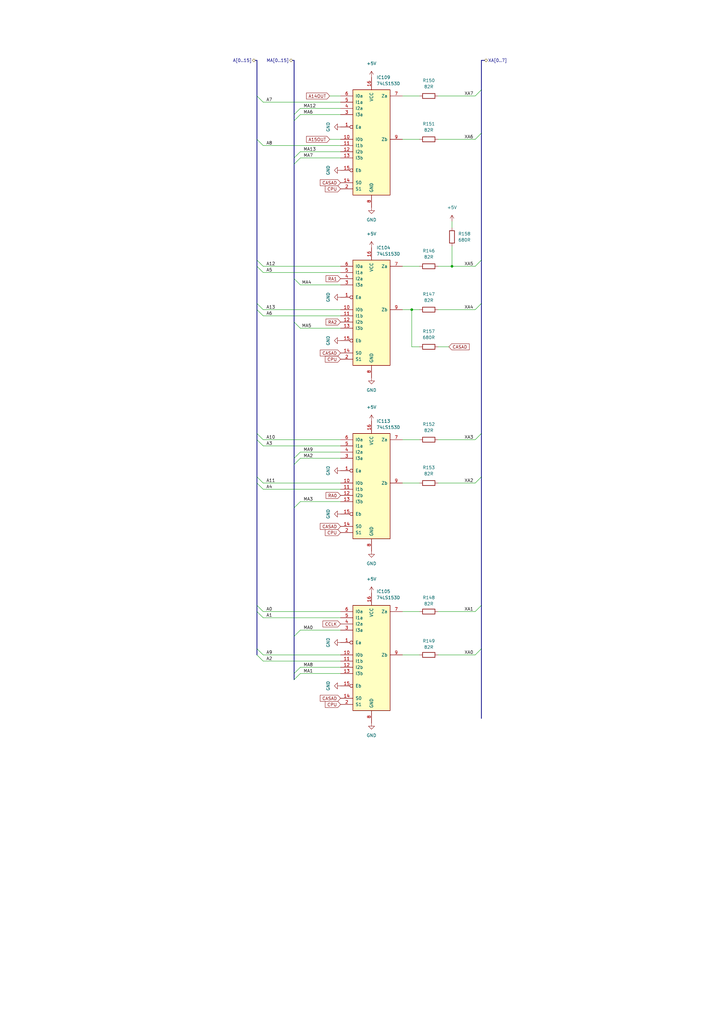
<source format=kicad_sch>
(kicad_sch (version 20230121) (generator eeschema)
  (paper "A3" portrait)
  (lib_symbols
    (symbol "74xx:74LS153" (pin_names (offset 1.016))
      (property "Reference" "U" (at -7.62 21.59 0))
      (property "Value" "74LS153" (at -7.62 -24.13 0))
      (symbol "74LS153_1_0"
        (pin input inverted (at -12.7 5.08 0) (length 5.08) (name "Ea") (number "1"))
        (pin input line (at -12.7 0 0) (length 5.08) (name "I0b") (number "10"))
        (pin input line (at -12.7 -2.54 0) (length 5.08) (name "I1b") (number "11"))
        (pin input line (at -12.7 -5.08 0) (length 5.08) (name "I2b") (number "12"))
        (pin input line (at -12.7 -7.62 0) (length 5.08) (name "I3b") (number "13"))
        (pin input line (at -12.7 -17.78 0) (length 5.08) (name "S0") (number "14"))
        (pin input inverted (at -12.7 -12.7 0) (length 5.08) (name "Eb") (number "15"))
        (pin power_in line (at 0 25.4 270) (length 5.08) (name "VCC") (number "16"))
        (pin input line (at -12.7 -20.32 0) (length 5.08) (name "S1") (number "2"))
        (pin input line (at -12.7 10.16 0) (length 5.08) (name "I3a") (number "3"))
        (pin input line (at -12.7 12.7 0) (length 5.08) (name "I2a") (number "4"))
        (pin input line (at -12.7 15.24 0) (length 5.08) (name "I1a") (number "5"))
        (pin input line (at -12.7 17.78 0) (length 5.08) (name "I0a") (number "6"))
        (pin output line (at 12.7 17.78 180) (length 5.08) (name "Za") (number "7"))
        (pin power_in line (at 0 -27.94 90) (length 5.08) (name "GND") (number "8"))
        (pin output line (at 12.7 0 180) (length 5.08) (name "Zb") (number "9"))
      )
      (symbol "74LS153_1_1"
        (rectangle (start -7.62 20.32) (end 7.62 -22.86) (stroke (width 0.254)) (fill (type background)))
      )
    )
    (symbol "Device:R" (pin_numbers hide) (pin_names (offset 0))
      (property "Reference" "R" (at 2.032 0 90))
      (property "Value" "R" (at 0 0 90))
      (symbol "R_0_1"
        (rectangle (start -1.016 -2.54) (end 1.016 2.54) (stroke (width 0.254)))
      )
      (symbol "R_1_1"
        (pin passive line (at 0 3.81 270) (length 1.27) (name "~") (number "1"))
        (pin passive line (at 0 -3.81 90) (length 1.27) (name "~") (number "2"))
      )
    )
    (symbol "power:+5V" (power) (pin_names (offset 0))
      (property "Value" "+5V" (at 0 3.556 0))
      (symbol "+5V_0_1"
        (polyline (pts (xy -0.762 1.27) (xy 0 2.54)))
        (polyline (pts (xy 0 0) (xy 0 2.54)))
        (polyline (pts (xy 0 2.54) (xy 0.762 1.27)))
      )
      (symbol "+5V_1_1"
        (pin power_in line (at 0 0 90) (length 0) hide (name "+5V") (number "1"))
      )
    )
    (symbol "power:GND" (power) (pin_names (offset 0))
      (property "Value" "GND" (at 0 -3.81 0))
      (symbol "GND_0_1"
        (polyline (pts (xy 0 0) (xy 0 -1.27) (xy 1.27 -1.27) (xy 0 -2.54) (xy -1.27 -1.27) (xy 0 -1.27)))
      )
      (symbol "GND_1_1"
        (pin power_in line (at 0 0 270) (length 0) hide (name "GND") (number "1"))
      )
    )
  )
  (junction (at 168.91 127))
  (junction (at 185.42 109.22))
  (bus_entry (at 105.41 127) (size 2.54 2.54))
  (bus_entry (at 120.65 46.99) (size 2.54 -2.54))
  (bus_entry (at 105.41 266.065) (size 2.54 2.54))
  (bus_entry (at 105.41 57.15) (size 2.54 2.54))
  (bus_entry (at 194.945 39.37) (size 2.54 -2.54))
  (bus_entry (at 105.41 198.12) (size 2.54 2.54))
  (bus_entry (at 105.41 195.58) (size 2.54 2.54))
  (bus_entry (at 194.945 250.825) (size 2.54 -2.54))
  (bus_entry (at 105.41 177.8) (size 2.54 2.54))
  (bus_entry (at 194.945 198.12) (size 2.54 -2.54))
  (bus_entry (at 105.41 109.22) (size 2.54 2.54))
  (bus_entry (at 120.65 132.08) (size 2.54 2.54))
  (bus_entry (at 120.65 278.765) (size 2.54 -2.54))
  (bus_entry (at 194.945 57.15) (size 2.54 -2.54))
  (bus_entry (at 194.945 127) (size 2.54 -2.54))
  (bus_entry (at 105.41 180.34) (size 2.54 2.54))
  (bus_entry (at 120.65 260.985) (size 2.54 -2.54))
  (bus_entry (at 194.945 180.34) (size 2.54 -2.54))
  (bus_entry (at 120.65 208.28) (size 2.54 -2.54))
  (bus_entry (at 105.41 106.68) (size 2.54 2.54))
  (bus_entry (at 194.945 109.22) (size 2.54 -2.54))
  (bus_entry (at 105.41 124.46) (size 2.54 2.54))
  (bus_entry (at 105.41 39.37) (size 2.54 2.54))
  (bus_entry (at 120.65 49.53) (size 2.54 -2.54))
  (bus_entry (at 105.41 268.605) (size 2.54 2.54))
  (bus_entry (at 120.65 114.3) (size 2.54 2.54))
  (bus_entry (at 120.65 276.225) (size 2.54 -2.54))
  (bus_entry (at 120.65 67.31) (size 2.54 -2.54))
  (bus_entry (at 120.65 190.5) (size 2.54 -2.54))
  (bus_entry (at 105.41 250.825) (size 2.54 2.54))
  (bus_entry (at 120.65 187.96) (size 2.54 -2.54))
  (bus_entry (at 120.65 64.77) (size 2.54 -2.54))
  (bus_entry (at 194.945 268.605) (size 2.54 -2.54))
  (bus_entry (at 105.41 248.285) (size 2.54 2.54))
  (bus (pts (xy 105.41 57.15) (xy 105.41 106.68)))
  (bus (pts (xy 197.485 177.8) (xy 197.485 195.58)))
  (bus (pts (xy 120.65 46.99) (xy 120.65 49.53)))
  (wire (pts (xy 165.1 180.34) (xy 172.085 180.34)))
  (wire (pts (xy 179.705 180.34) (xy 194.945 180.34)))
  (bus (pts (xy 105.41 180.34) (xy 105.41 195.58)))
  (bus (pts (xy 120.65 208.28) (xy 120.65 260.985)))
  (wire (pts (xy 179.705 109.22) (xy 185.42 109.22)))
  (wire (pts (xy 168.91 127) (xy 172.085 127)))
  (bus (pts (xy 120.65 276.225) (xy 120.65 278.765)))
  (wire (pts (xy 107.95 182.88) (xy 139.7 182.88)))
  (bus (pts (xy 198.755 24.765) (xy 197.485 24.765)))
  (wire (pts (xy 165.1 39.37) (xy 172.085 39.37)))
  (bus (pts (xy 105.41 248.285) (xy 105.41 250.825)))
  (wire (pts (xy 123.19 44.45) (xy 139.7 44.45)))
  (wire (pts (xy 107.95 198.12) (xy 139.7 198.12)))
  (bus (pts (xy 120.65 67.31) (xy 120.65 114.3)))
  (wire (pts (xy 107.95 111.76) (xy 139.7 111.76)))
  (wire (pts (xy 168.91 142.24) (xy 168.91 127)))
  (wire (pts (xy 184.15 142.24) (xy 179.705 142.24)))
  (bus (pts (xy 197.485 248.285) (xy 197.485 266.065)))
  (wire (pts (xy 185.42 100.965) (xy 185.42 109.22)))
  (wire (pts (xy 123.19 46.99) (xy 139.7 46.99)))
  (wire (pts (xy 179.705 250.825) (xy 194.945 250.825)))
  (wire (pts (xy 179.705 39.37) (xy 194.945 39.37)))
  (wire (pts (xy 107.95 127) (xy 139.7 127)))
  (bus (pts (xy 197.485 24.765) (xy 197.485 36.83)))
  (bus (pts (xy 105.41 195.58) (xy 105.41 198.12)))
  (wire (pts (xy 179.705 127) (xy 194.945 127)))
  (wire (pts (xy 107.95 271.145) (xy 139.7 271.145)))
  (wire (pts (xy 107.95 250.825) (xy 139.7 250.825)))
  (bus (pts (xy 197.485 195.58) (xy 197.485 248.285)))
  (wire (pts (xy 123.19 134.62) (xy 139.7 134.62)))
  (wire (pts (xy 107.95 129.54) (xy 139.7 129.54)))
  (bus (pts (xy 120.65 24.765) (xy 120.65 46.99)))
  (wire (pts (xy 165.1 268.605) (xy 172.085 268.605)))
  (bus (pts (xy 120.65 260.985) (xy 120.65 276.225)))
  (bus (pts (xy 120.65 190.5) (xy 120.65 208.28)))
  (wire (pts (xy 172.085 142.24) (xy 168.91 142.24)))
  (wire (pts (xy 107.95 253.365) (xy 139.7 253.365)))
  (bus (pts (xy 105.41 177.8) (xy 105.41 180.34)))
  (wire (pts (xy 123.19 205.74) (xy 139.7 205.74)))
  (wire (pts (xy 123.19 116.84) (xy 139.7 116.84)))
  (bus (pts (xy 105.41 109.22) (xy 105.41 124.46)))
  (wire (pts (xy 123.19 273.685) (xy 139.7 273.685)))
  (wire (pts (xy 165.1 127) (xy 168.91 127)))
  (bus (pts (xy 197.485 36.83) (xy 197.485 54.61)))
  (bus (pts (xy 105.41 124.46) (xy 105.41 127)))
  (wire (pts (xy 179.705 268.605) (xy 194.945 268.605)))
  (bus (pts (xy 104.775 24.765) (xy 105.41 24.765)))
  (bus (pts (xy 120.65 187.96) (xy 120.65 190.5)))
  (bus (pts (xy 120.65 132.08) (xy 120.65 187.96)))
  (wire (pts (xy 123.19 64.77) (xy 139.7 64.77)))
  (bus (pts (xy 105.41 250.825) (xy 105.41 266.065)))
  (bus (pts (xy 197.485 266.065) (xy 197.485 294.64)))
  (wire (pts (xy 185.42 109.22) (xy 194.945 109.22)))
  (wire (pts (xy 135.255 39.37) (xy 139.7 39.37)))
  (bus (pts (xy 105.41 266.065) (xy 105.41 268.605)))
  (bus (pts (xy 197.485 54.61) (xy 197.485 106.68)))
  (bus (pts (xy 105.41 127) (xy 105.41 177.8)))
  (wire (pts (xy 165.1 198.12) (xy 172.085 198.12)))
  (wire (pts (xy 123.19 187.96) (xy 139.7 187.96)))
  (wire (pts (xy 107.95 41.91) (xy 139.7 41.91)))
  (bus (pts (xy 105.41 106.68) (xy 105.41 109.22)))
  (bus (pts (xy 105.41 24.765) (xy 105.41 39.37)))
  (bus (pts (xy 105.41 198.12) (xy 105.41 248.285)))
  (wire (pts (xy 135.255 57.15) (xy 139.7 57.15)))
  (bus (pts (xy 120.015 24.765) (xy 120.65 24.765)))
  (wire (pts (xy 165.1 57.15) (xy 172.085 57.15)))
  (bus (pts (xy 105.41 39.37) (xy 105.41 57.15)))
  (wire (pts (xy 123.19 276.225) (xy 139.7 276.225)))
  (bus (pts (xy 120.65 114.3) (xy 120.65 132.08)))
  (wire (pts (xy 107.95 180.34) (xy 139.7 180.34)))
  (wire (pts (xy 165.1 250.825) (xy 172.085 250.825)))
  (bus (pts (xy 197.485 124.46) (xy 197.485 177.8)))
  (wire (pts (xy 123.19 185.42) (xy 139.7 185.42)))
  (wire (pts (xy 107.95 109.22) (xy 139.7 109.22)))
  (wire (pts (xy 107.95 268.605) (xy 139.7 268.605)))
  (wire (pts (xy 123.19 258.445) (xy 139.7 258.445)))
  (bus (pts (xy 197.485 106.68) (xy 197.485 124.46)))
  (wire (pts (xy 107.95 59.69) (xy 139.7 59.69)))
  (wire (pts (xy 179.705 57.15) (xy 194.945 57.15)))
  (bus (pts (xy 120.65 64.77) (xy 120.65 67.31)))
  (wire (pts (xy 185.42 90.805) (xy 185.42 93.345)))
  (wire (pts (xy 179.705 198.12) (xy 194.945 198.12)))
  (wire (pts (xy 165.1 109.22) (xy 172.085 109.22)))
  (bus (pts (xy 120.65 49.53) (xy 120.65 64.77)))
  (wire (pts (xy 123.19 62.23) (xy 139.7 62.23)))
  (wire (pts (xy 107.95 200.66) (xy 139.7 200.66)))
  (label "XA7" (at 190.5 39.37 0))
  (label "MA0" (at 124.46 258.445 0))
  (label "MA1" (at 124.46 276.225 0))
  (label "MA7" (at 124.46 64.77 0))
  (label "MA13" (at 124.46 62.23 0))
  (label "MA12" (at 124.46 44.45 0))
  (label "A11" (at 109.22 198.12 0))
  (label "A9" (at 109.22 268.605 0))
  (label "MA4" (at 123.825 116.84 0))
  (label "A12" (at 109.22 109.22 0))
  (label "MA8" (at 124.46 273.685 0))
  (label "A1" (at 109.22 253.365 0))
  (label "XA2" (at 190.5 198.12 0))
  (label "XA3" (at 190.5 180.34 0))
  (label "A5" (at 109.22 111.76 0))
  (label "A10" (at 109.22 180.34 0))
  (label "MA2" (at 124.46 187.96 0))
  (label "MA3" (at 124.46 205.74 0))
  (label "A0" (at 109.22 250.825 0))
  (label "A7" (at 109.22 41.91 0))
  (label "A2" (at 109.22 271.145 0))
  (label "A4" (at 109.22 200.66 0))
  (label "A13" (at 109.22 127 0))
  (label "A6" (at 109.22 129.54 0))
  (label "XA0" (at 190.5 268.605 0))
  (label "MA6" (at 124.46 46.99 0))
  (label "XA5" (at 190.5 109.22 0))
  (label "XA6" (at 190.5 57.15 0))
  (label "MA5" (at 123.825 134.62 0))
  (label "XA1" (at 190.5 250.825 0))
  (label "A8" (at 109.22 59.69 0))
  (label "XA4" (at 190.5 127 0))
  (label "A3" (at 109.22 182.88 0))
  (label "MA9" (at 124.46 185.42 0))
  (global_label "CASAD" (shape input) (at 139.7 215.9 180) (property "Intersheetrefs" "${INTERSHEET_REFS}" (effects hide)))
  (global_label "CPU" (shape input) (at 139.7 218.44 180) (property "Intersheetrefs" "${INTERSHEET_REFS}" (effects hide)))
  (global_label "CASAD" (shape input) (at 139.7 74.93 180) (property "Intersheetrefs" "${INTERSHEET_REFS}" (effects hide)))
  (global_label "A15OUT" (shape input) (at 135.255 57.15 180) (property "Intersheetrefs" "${INTERSHEET_REFS}" (effects hide)))
  (global_label "CCLK" (shape input) (at 139.7 255.905 180) (property "Intersheetrefs" "${INTERSHEET_REFS}" (effects hide)))
  (global_label "CASAD" (shape input) (at 184.15 142.24 0) (property "Intersheetrefs" "${INTERSHEET_REFS}" (effects hide)))
  (global_label "CASAD" (shape input) (at 139.7 286.385 180) (property "Intersheetrefs" "${INTERSHEET_REFS}" (effects hide)))
  (global_label "RA2" (shape input) (at 139.7 132.08 180) (property "Intersheetrefs" "${INTERSHEET_REFS}" (effects hide)))
  (global_label "CASAD" (shape input) (at 139.7 144.78 180) (property "Intersheetrefs" "${INTERSHEET_REFS}" (effects hide)))
  (global_label "A14OUT" (shape input) (at 135.255 39.37 180) (property "Intersheetrefs" "${INTERSHEET_REFS}" (effects hide)))
  (global_label "CPU" (shape input) (at 139.7 288.925 180) (property "Intersheetrefs" "${INTERSHEET_REFS}" (effects hide)))
  (global_label "CPU" (shape input) (at 139.7 147.32 180) (property "Intersheetrefs" "${INTERSHEET_REFS}" (effects hide)))
  (global_label "CPU" (shape input) (at 139.7 77.47 180) (property "Intersheetrefs" "${INTERSHEET_REFS}" (effects hide)))
  (global_label "RA0" (shape input) (at 139.7 203.2 180) (property "Intersheetrefs" "${INTERSHEET_REFS}" (effects hide)))
  (global_label "RA1" (shape input) (at 139.7 114.3 180) (property "Intersheetrefs" "${INTERSHEET_REFS}" (effects hide)))
  (hierarchical_label "XA[0..7]" (shape bidirectional) (at 198.755 24.765 0))
  (hierarchical_label "MA[0..15]" (shape bidirectional) (at 120.015 24.765 180))
  (hierarchical_label "A[0..15]" (shape bidirectional) (at 104.775 24.765 180))
  (symbol (lib_id "power:GND") (at 139.7 210.82 270) (unit 1)
    (property "Reference" "#PWR0160" (effects hide))
    (property "Value" "GND" (at 134.62 210.82 0))
  )
  (symbol (lib_id "power:GND") (at 139.7 281.305 270) (unit 1)
    (property "Reference" "#PWR0168" (effects hide))
    (property "Value" "GND" (at 134.62 281.305 0))
  )
  (symbol (lib_id "power:GND") (at 139.7 69.85 270) (unit 1)
    (property "Reference" "#PWR0161" (effects hide))
    (property "Value" "GND" (at 134.62 69.85 0))
  )
  (symbol (lib_id "power:GND") (at 139.7 52.07 270) (unit 1)
    (property "Reference" "#PWR0162" (effects hide))
    (property "Value" "GND" (at 134.62 52.07 0))
  )
  (symbol (lib_id "74xx:74LS153") (at 152.4 57.15 0) (unit 1)
    (property "Reference" "IC109" (at 154.4194 31.75 0) (effects (justify left)))
    (property "Value" "74LS153D" (at 154.4194 34.29 0) (effects (justify left)))
    (property "Footprint" "Package_SO:SOIC-16_3.9x9.9mm_P1.27mm" (effects hide))
    (property "Datasheet" "http://www.ti.com/lit/gpn/sn74LS153" (effects hide))
  )
  (symbol (lib_id "Device:R") (at 175.895 109.22 90) (unit 1)
    (property "Reference" "R146" (at 175.895 102.87 90))
    (property "Value" "82R" (at 175.895 105.41 90))
    (property "Footprint" "Resistor_SMD:R_0805_2012Metric" (effects hide))
    (property "LCSC" "C114245" (effects hide))
  )
  (symbol (lib_id "Device:R") (at 175.895 250.825 90) (unit 1)
    (property "Reference" "R148" (at 175.895 245.11 90))
    (property "Value" "82R" (at 175.895 247.65 90))
    (property "Footprint" "Resistor_SMD:R_0805_2012Metric" (effects hide))
    (property "LCSC" "C114245" (effects hide))
  )
  (symbol (lib_id "Device:R") (at 185.42 97.155 180) (unit 1)
    (property "Reference" "R158" (at 187.96 95.8849 0) (effects (justify right)))
    (property "Value" "680R" (at 187.96 98.4249 0) (effects (justify right)))
    (property "Footprint" "Resistor_SMD:R_0805_2012Metric" (effects hide))
    (property "LCSC" "C114549" (effects hide))
  )
  (symbol (lib_id "power:GND") (at 139.7 193.04 270) (unit 1)
    (property "Reference" "#PWR0159" (effects hide))
    (property "Value" "GND" (at 134.62 193.04 0))
  )
  (symbol (lib_id "Device:R") (at 175.895 180.34 90) (unit 1)
    (property "Reference" "R152" (at 175.895 173.99 90))
    (property "Value" "82R" (at 175.895 176.53 90))
    (property "Footprint" "Resistor_SMD:R_0805_2012Metric" (effects hide))
    (property "LCSC" "C114245" (effects hide))
  )
  (symbol (lib_id "power:GND") (at 152.4 226.06 0) (unit 1)
    (property "Reference" "#PWR0157" (effects hide))
    (property "Value" "GND" (at 152.4 231.14 0))
  )
  (symbol (lib_id "Device:R") (at 175.895 142.24 90) (unit 1)
    (property "Reference" "R157" (at 175.895 135.89 90))
    (property "Value" "680R" (at 175.895 138.43 90))
    (property "Footprint" "Resistor_SMD:R_0805_2012Metric" (effects hide))
    (property "LCSC" "C114549" (effects hide))
  )
  (symbol (lib_id "power:+5V") (at 152.4 31.75 0) (unit 1)
    (property "Reference" "#PWR0163" (effects hide))
    (property "Value" "+5V" (at 152.4 26.035 0))
  )
  (symbol (lib_id "Device:R") (at 175.895 198.12 90) (unit 1)
    (property "Reference" "R153" (at 175.895 191.77 90))
    (property "Value" "82R" (at 175.895 194.31 90))
    (property "Footprint" "Resistor_SMD:R_0805_2012Metric" (effects hide))
    (property "LCSC" "C114245" (effects hide))
  )
  (symbol (lib_id "power:+5V") (at 152.4 101.6 0) (unit 1)
    (property "Reference" "#PWR0165" (effects hide))
    (property "Value" "+5V" (at 152.4 95.885 0))
  )
  (symbol (lib_id "74xx:74LS153") (at 152.4 127 0) (unit 1)
    (property "Reference" "IC104" (at 154.4194 101.6 0) (effects (justify left)))
    (property "Value" "74LS153D" (at 154.4194 104.14 0) (effects (justify left)))
    (property "Footprint" "Package_SO:SOIC-16_3.9x9.9mm_P1.27mm" (effects hide))
    (property "Datasheet" "http://www.ti.com/lit/gpn/sn74LS153" (effects hide))
  )
  (symbol (lib_id "Device:R") (at 175.895 57.15 90) (unit 1)
    (property "Reference" "R151" (at 175.895 50.8 90))
    (property "Value" "82R" (at 175.895 53.34 90))
    (property "Footprint" "Resistor_SMD:R_0805_2012Metric" (effects hide))
    (property "LCSC" "C114245" (effects hide))
  )
  (symbol (lib_id "power:+5V") (at 185.42 90.805 0) (unit 1)
    (property "Reference" "#PWR0164" (effects hide))
    (property "Value" "+5V" (at 185.42 85.09 0))
  )
  (symbol (lib_id "power:GND") (at 139.7 121.92 270) (unit 1)
    (property "Reference" "#PWR0155" (effects hide))
    (property "Value" "GND" (at 134.62 121.92 0))
  )
  (symbol (lib_id "Device:R") (at 175.895 127 90) (unit 1)
    (property "Reference" "R147" (at 175.895 120.65 90))
    (property "Value" "82R" (at 175.895 123.19 90))
    (property "Footprint" "Resistor_SMD:R_0805_2012Metric" (effects hide))
    (property "LCSC" "C114245" (effects hide))
  )
  (symbol (lib_id "power:GND") (at 139.7 263.525 270) (unit 1)
    (property "Reference" "#PWR0167" (effects hide))
    (property "Value" "GND" (at 134.62 263.525 0))
  )
  (symbol (lib_id "power:GND") (at 152.4 85.09 0) (unit 1)
    (property "Reference" "#PWR0166" (effects hide))
    (property "Value" "GND" (at 152.4 90.17 0))
  )
  (symbol (lib_id "power:GND") (at 152.4 296.545 0) (unit 1)
    (property "Reference" "#PWR0169" (effects hide))
    (property "Value" "GND" (at 152.4 301.625 0))
  )
  (symbol (lib_id "power:+5V") (at 152.4 172.72 0) (unit 1)
    (property "Reference" "#PWR0153" (effects hide))
    (property "Value" "+5V" (at 152.4 167.005 0))
  )
  (symbol (lib_id "74xx:74LS153") (at 152.4 198.12 0) (unit 1)
    (property "Reference" "IC113" (at 154.4194 172.72 0) (effects (justify left)))
    (property "Value" "74LS153D" (at 154.4194 175.26 0) (effects (justify left)))
    (property "Footprint" "Package_SO:SOIC-16_3.9x9.9mm_P1.27mm" (effects hide))
    (property "Datasheet" "http://www.ti.com/lit/gpn/sn74LS153" (effects hide))
  )
  (symbol (lib_id "power:GND") (at 152.4 154.94 0) (unit 1)
    (property "Reference" "#PWR0154" (effects hide))
    (property "Value" "GND" (at 152.4 160.02 0))
  )
  (symbol (lib_id "power:GND") (at 139.7 139.7 270) (unit 1)
    (property "Reference" "#PWR0156" (effects hide))
    (property "Value" "GND" (at 134.62 139.7 0))
  )
  (symbol (lib_id "74xx:74LS153") (at 152.4 268.605 0) (unit 1)
    (property "Reference" "IC105" (at 154.4194 242.57 0) (effects (justify left)))
    (property "Value" "74LS153D" (at 154.4194 245.11 0) (effects (justify left)))
    (property "Footprint" "Package_SO:SOIC-16_3.9x9.9mm_P1.27mm" (effects hide))
    (property "Datasheet" "http://www.ti.com/lit/gpn/sn74LS153" (effects hide))
  )
  (symbol (lib_id "Device:R") (at 175.895 39.37 90) (unit 1)
    (property "Reference" "R150" (at 175.895 33.02 90))
    (property "Value" "82R" (at 175.895 35.56 90))
    (property "Footprint" "Resistor_SMD:R_0805_2012Metric" (effects hide))
    (property "LCSC" "C114245" (effects hide))
  )
  (symbol (lib_id "Device:R") (at 175.895 268.605 90) (unit 1)
    (property "Reference" "R149" (at 175.895 262.89 90))
    (property "Value" "82R" (at 175.895 265.43 90))
    (property "Footprint" "Resistor_SMD:R_0805_2012Metric" (effects hide))
    (property "LCSC" "C114245" (effects hide))
  )
  (symbol (lib_id "power:+5V") (at 152.4 243.205 0) (unit 1)
    (property "Reference" "#PWR0158" (effects hide))
    (property "Value" "+5V" (at 152.4 237.49 0))
  )
)
</source>
